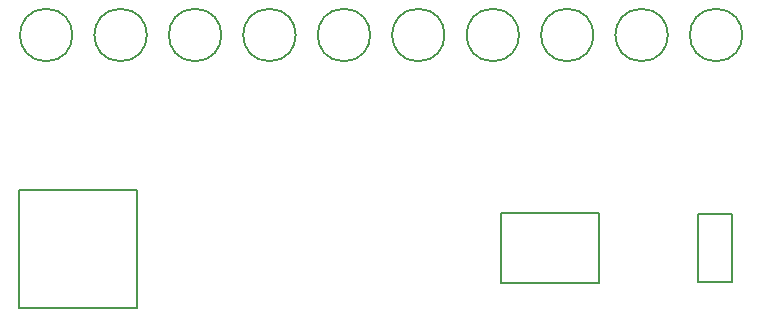
<source format=gbr>
G04*
G04 #@! TF.GenerationSoftware,Altium Limited,Altium Designer,24.1.2 (44)*
G04*
G04 Layer_Color=32768*
%FSLAX44Y44*%
%MOMM*%
G71*
G04*
G04 #@! TF.SameCoordinates,BD343A0D-4BD6-4D64-9A7B-49F0AB29FDDA*
G04*
G04*
G04 #@! TF.FilePolarity,Positive*
G04*
G01*
G75*
%ADD11C,0.2000*%
D11*
X618998Y279783D02*
G03*
X618998Y235329I0J-22227D01*
G01*
D02*
G03*
X618998Y279783I0J22227D01*
G01*
X555978D02*
G03*
X555978Y235329I0J-22227D01*
G01*
D02*
G03*
X555978Y279783I0J22227D01*
G01*
X492957D02*
G03*
X492957Y235329I0J-22227D01*
G01*
D02*
G03*
X492957Y279783I0J22227D01*
G01*
X429937D02*
G03*
X429937Y235329I0J-22227D01*
G01*
D02*
G03*
X429937Y279783I0J22227D01*
G01*
X366917D02*
G03*
X366917Y235329I0J-22227D01*
G01*
D02*
G03*
X366917Y279783I0J22227D01*
G01*
X303897D02*
G03*
X303897Y235329I0J-22227D01*
G01*
D02*
G03*
X303897Y279783I0J22227D01*
G01*
X240877D02*
G03*
X240877Y235329I0J-22227D01*
G01*
D02*
G03*
X240877Y279783I0J22227D01*
G01*
X177856D02*
G03*
X177856Y235329I0J-22227D01*
G01*
D02*
G03*
X177856Y279783I0J22227D01*
G01*
X114836D02*
G03*
X114836Y235329I0J-22227D01*
G01*
D02*
G03*
X114836Y279783I0J22227D01*
G01*
X51816D02*
G03*
X51816Y235329I0J-22227D01*
G01*
D02*
G03*
X51816Y279783I0J22227D01*
G01*
X603782Y48570D02*
X632182D01*
Y106370D01*
X603782D02*
X632182D01*
X603782Y48570D02*
Y106370D01*
X29094Y125996D02*
X128894D01*
Y26196D02*
Y125996D01*
X29094Y26196D02*
X128894D01*
X29094D02*
Y125996D01*
X436546Y47437D02*
Y106487D01*
Y47437D02*
X519510D01*
Y106487D01*
X436546D02*
X519510D01*
M02*

</source>
